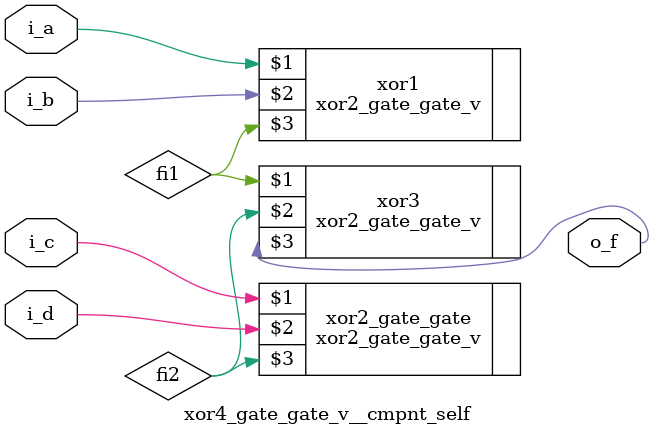
<source format=v>

module xor4_gate_gate_v
// module xor4_gate_gate_v__equation
  (input i_a, i_b, i_c, i_d,
   output o_f);
   
  assign o_f = (i_a ^ i_b) ^ (i_c ^ i_d);
  
endmodule


////////////////////////////////
// Behavior Model
////////////////////////////////
// module xor4_gate_gate_v
module xor4_gate_gate_v__behavior
  (input i_a, i_b, i_c, i_d,
   output o_f);
   
  assign o_f = (~ i_a & ~ i_b & ~ i_c &   i_d) | 
               (~ i_a & ~ i_b &   i_c & ~ i_d) |
               (~ i_a &   i_b & ~ i_c & ~ i_d) |
               (  i_a & ~ i_b & ~ i_c & ~ i_d) |
               (  i_a &   i_b &   i_c & ~ i_d) |
               (  i_a &   i_b & ~ i_c &   i_d) |
               (  i_a & ~ i_b &   i_c &   i_d) |
               (~ i_a &   i_b &   i_c &   i_d) ? 1 : 0;
  
endmodule



////////////////////////////////
// Component Model - Self - made of primatives
////////////////////////////////
// module xor4_gate_gate_v
module xor4_gate_gate_v__cmpnt_self
  (input i_a, i_b, i_c, i_d,
  output o_f);
   
  wire fi1, fi2; // internal outputs
   
  xor2_gate_gate_v xor1 (i_a, i_b, fi1);
  xor2_gate_gate_v xor2_gate_gate (i_c, i_d, fi2);
  xor2_gate_gate_v xor3 (fi1, fi2, o_f);

    
endmodule








</source>
